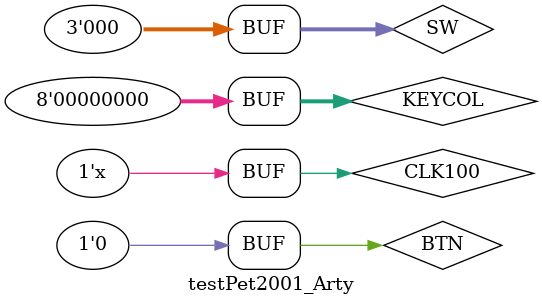
<source format=v>
`timescale 1ns / 1ps
module testPet2001_Arty;

    reg [2:0]  SW;
    reg        BTN;
    wire       PET_VID_DATA_N;
    wire       PET_VID_HORZ_N;
    wire       PET_VID_VERT_N;
    wire       LED;
    wire [9:0] KEYROW;
    reg [7:0]  KEYCOL;
    reg        CLK100;

    initial begin
        SW = 3'b000;
        BTN = 1'b0;
        KEYCOL = 8'h00;
        CLK100 = 1'b0;
    end

    always #5.0 CLK100 = ~CLK100; // outboard clock 100Mhz

    // DUT
    Pet2001_Arty dut(.SW(SW),
                     .BTN(BTN),
                     .LED(LED),
                     .PET_VID_DATA_N(PET_VID_DATA_N),
                     .PET_VID_HORZ_N(PET_VID_HORZ_N),
                     .PET_VID_VERT_N(PET_VID_VERT_N),
                     .KEYROW(KEYROW),
                     .KEYCOL(KEYCOL),
                     .CLK(CLK100)
                  );
    
endmodule // testPet2001_Arty

</source>
